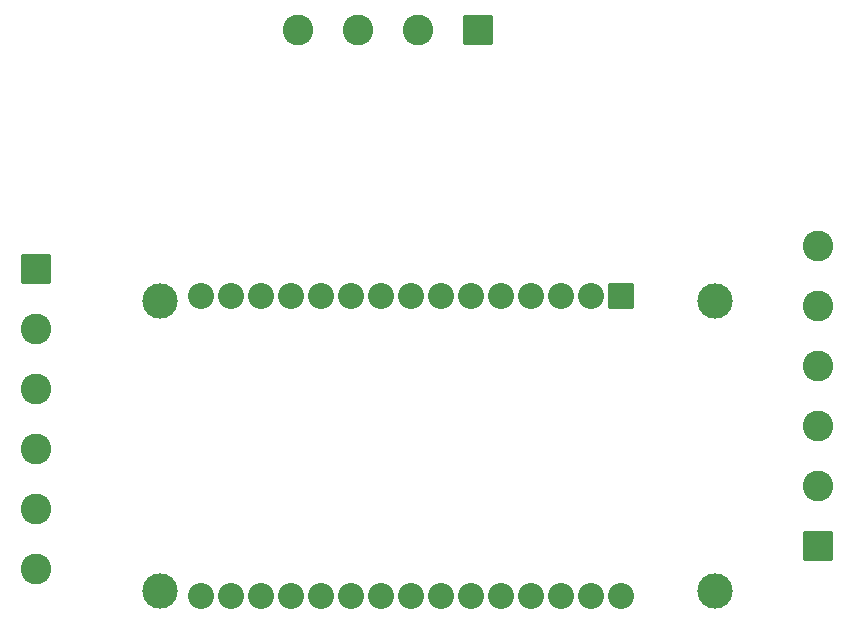
<source format=gbr>
%TF.GenerationSoftware,KiCad,Pcbnew,9.0.6*%
%TF.CreationDate,2025-12-30T05:11:15+05:30*%
%TF.ProjectId,UPS_Switch,5550535f-5377-4697-9463-682e6b696361,rev?*%
%TF.SameCoordinates,Original*%
%TF.FileFunction,Soldermask,Bot*%
%TF.FilePolarity,Negative*%
%FSLAX46Y46*%
G04 Gerber Fmt 4.6, Leading zero omitted, Abs format (unit mm)*
G04 Created by KiCad (PCBNEW 9.0.6) date 2025-12-30 05:11:15*
%MOMM*%
%LPD*%
G01*
G04 APERTURE LIST*
G04 Aperture macros list*
%AMRoundRect*
0 Rectangle with rounded corners*
0 $1 Rounding radius*
0 $2 $3 $4 $5 $6 $7 $8 $9 X,Y pos of 4 corners*
0 Add a 4 corners polygon primitive as box body*
4,1,4,$2,$3,$4,$5,$6,$7,$8,$9,$2,$3,0*
0 Add four circle primitives for the rounded corners*
1,1,$1+$1,$2,$3*
1,1,$1+$1,$4,$5*
1,1,$1+$1,$6,$7*
1,1,$1+$1,$8,$9*
0 Add four rect primitives between the rounded corners*
20,1,$1+$1,$2,$3,$4,$5,0*
20,1,$1+$1,$4,$5,$6,$7,0*
20,1,$1+$1,$6,$7,$8,$9,0*
20,1,$1+$1,$8,$9,$2,$3,0*%
G04 Aperture macros list end*
%ADD10RoundRect,0.102000X-1.000000X1.000000X-1.000000X-1.000000X1.000000X-1.000000X1.000000X1.000000X0*%
%ADD11C,2.204000*%
%ADD12C,3.000000*%
%ADD13RoundRect,0.250000X1.050000X1.050000X-1.050000X1.050000X-1.050000X-1.050000X1.050000X-1.050000X0*%
%ADD14C,2.600000*%
%ADD15RoundRect,0.250000X1.050000X-1.050000X1.050000X1.050000X-1.050000X1.050000X-1.050000X-1.050000X0*%
%ADD16RoundRect,0.250000X-1.050000X1.050000X-1.050000X-1.050000X1.050000X-1.050000X1.050000X1.050000X0*%
G04 APERTURE END LIST*
D10*
%TO.C,U1*%
X90475000Y-45882500D03*
D11*
X87935000Y-45882500D03*
X85395000Y-45882500D03*
X82855000Y-45882500D03*
X80315000Y-45882500D03*
X77775000Y-45882500D03*
X75235000Y-45882500D03*
X72695000Y-45882500D03*
X70155000Y-45882500D03*
X67615000Y-45882500D03*
X65075000Y-45882500D03*
X62535000Y-45882500D03*
X59995000Y-45882500D03*
X57455000Y-45882500D03*
X54915000Y-45882500D03*
X90475000Y-71282500D03*
X87935000Y-71282500D03*
X85395000Y-71282500D03*
X82855000Y-71282500D03*
X80315000Y-71282500D03*
X77775000Y-71282500D03*
X75235000Y-71282500D03*
X72695000Y-71282500D03*
X70155000Y-71282500D03*
X67615000Y-71282500D03*
X65075000Y-71282500D03*
X62535000Y-71282500D03*
X59995000Y-71282500D03*
X57455000Y-71282500D03*
X54915000Y-71282500D03*
D12*
X51485000Y-46302500D03*
X51485000Y-70812500D03*
X98435000Y-70812500D03*
X98435000Y-46302500D03*
%TD*%
D13*
%TO.C,J1*%
X78415000Y-23357500D03*
D14*
X73335000Y-23357500D03*
X68255000Y-23357500D03*
X63175000Y-23357500D03*
%TD*%
D15*
%TO.C,J4*%
X107160000Y-67010000D03*
D14*
X107160000Y-61930000D03*
X107160000Y-56850000D03*
X107160000Y-51770000D03*
X107160000Y-46690000D03*
X107160000Y-41610000D03*
%TD*%
D16*
%TO.C,J3*%
X40940000Y-43560000D03*
D14*
X40940000Y-48640000D03*
X40940000Y-53720000D03*
X40940000Y-58800000D03*
X40940000Y-63880000D03*
X40940000Y-68960000D03*
%TD*%
M02*

</source>
